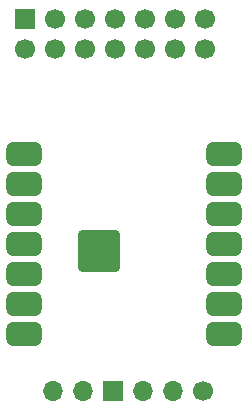
<source format=gbr>
%TF.GenerationSoftware,KiCad,Pcbnew,9.0.0*%
%TF.CreationDate,2025-05-16T16:34:18-03:00*%
%TF.ProjectId,V1A,5631412e-6b69-4636-9164-5f7063625858,rev?*%
%TF.SameCoordinates,Original*%
%TF.FileFunction,Soldermask,Bot*%
%TF.FilePolarity,Negative*%
%FSLAX46Y46*%
G04 Gerber Fmt 4.6, Leading zero omitted, Abs format (unit mm)*
G04 Created by KiCad (PCBNEW 9.0.0) date 2025-05-16 16:34:18*
%MOMM*%
%LPD*%
G01*
G04 APERTURE LIST*
G04 Aperture macros list*
%AMRoundRect*
0 Rectangle with rounded corners*
0 $1 Rounding radius*
0 $2 $3 $4 $5 $6 $7 $8 $9 X,Y pos of 4 corners*
0 Add a 4 corners polygon primitive as box body*
4,1,4,$2,$3,$4,$5,$6,$7,$8,$9,$2,$3,0*
0 Add four circle primitives for the rounded corners*
1,1,$1+$1,$2,$3*
1,1,$1+$1,$4,$5*
1,1,$1+$1,$6,$7*
1,1,$1+$1,$8,$9*
0 Add four rect primitives between the rounded corners*
20,1,$1+$1,$2,$3,$4,$5,0*
20,1,$1+$1,$4,$5,$6,$7,0*
20,1,$1+$1,$6,$7,$8,$9,0*
20,1,$1+$1,$8,$9,$2,$3,0*%
G04 Aperture macros list end*
%ADD10R,1.700000X1.700000*%
%ADD11C,1.700000*%
%ADD12O,1.700000X1.700000*%
%ADD13RoundRect,0.500000X1.000000X0.500000X-1.000000X0.500000X-1.000000X-0.500000X1.000000X-0.500000X0*%
%ADD14RoundRect,0.250000X1.500000X1.500000X-1.500000X1.500000X-1.500000X-1.500000X1.500000X-1.500000X0*%
G04 APERTURE END LIST*
D10*
%TO.C,IDC14*%
X146775859Y-87351463D03*
D11*
X146775859Y-89891463D03*
X149315859Y-87351463D03*
X149315859Y-89891463D03*
X151855859Y-87351463D03*
X154395859Y-87351463D03*
X154395859Y-89891463D03*
X156935859Y-87351463D03*
X156935859Y-89891463D03*
X159475859Y-87351463D03*
X159475859Y-89891463D03*
X162015859Y-87351463D03*
X162015859Y-89891463D03*
X151855859Y-89891463D03*
%TD*%
%TO.C,J2*%
X161848800Y-118846600D03*
D12*
X159308800Y-118846600D03*
X156768800Y-118846600D03*
D10*
X154228800Y-118846600D03*
D12*
X151688800Y-118846600D03*
X149148800Y-118846600D03*
%TD*%
D13*
%TO.C,ESP32 C3 Seed*%
X163685800Y-98790200D03*
X163685800Y-101330200D03*
X163685800Y-103870200D03*
X163685800Y-106410200D03*
X163685800Y-108950200D03*
X163685800Y-111490200D03*
X163685800Y-114030200D03*
X146685800Y-114030200D03*
X146685800Y-111490200D03*
X146685800Y-108950200D03*
X146685800Y-106410200D03*
X146685800Y-103870200D03*
X146685800Y-101330200D03*
X146685800Y-98790200D03*
D14*
X153085800Y-107010200D03*
%TD*%
M02*

</source>
